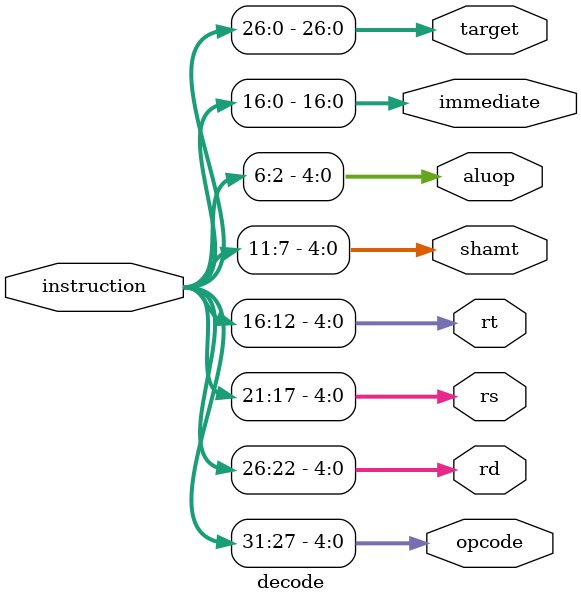
<source format=v>
module decode(shamt, rd, rt, rs, opcode, immediate, target, instruction, aluop);
    input [31:0] instruction;
    output [4:0] opcode, rd, rs, rt, shamt, aluop;
    output [16:0] immediate;
    output [26:0] target;
    assign opcode = instruction[31:27];
    assign rd = instruction[26:22];
    assign rs = instruction[21:17];
    assign rt = instruction[16:12];
    assign shamt = instruction[11:7];
    assign aluop = instruction[6:2];
    assign immediate = instruction[16:0];
    assign target = instruction[26:0];
endmodule
</source>
